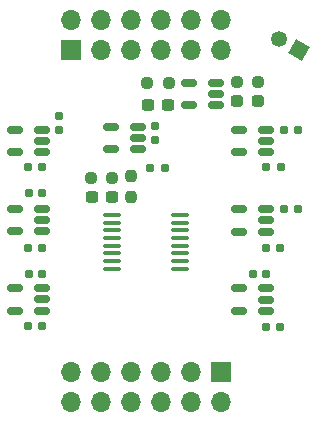
<source format=gbr>
%TF.GenerationSoftware,KiCad,Pcbnew,7.0.5*%
%TF.CreationDate,2024-01-24T02:04:37-05:00*%
%TF.ProjectId,CAMERA_ADAPTER,43414d45-5241-45f4-9144-41505445522e,rev?*%
%TF.SameCoordinates,Original*%
%TF.FileFunction,Soldermask,Bot*%
%TF.FilePolarity,Negative*%
%FSLAX46Y46*%
G04 Gerber Fmt 4.6, Leading zero omitted, Abs format (unit mm)*
G04 Created by KiCad (PCBNEW 7.0.5) date 2024-01-24 02:04:37*
%MOMM*%
%LPD*%
G01*
G04 APERTURE LIST*
G04 Aperture macros list*
%AMRoundRect*
0 Rectangle with rounded corners*
0 $1 Rounding radius*
0 $2 $3 $4 $5 $6 $7 $8 $9 X,Y pos of 4 corners*
0 Add a 4 corners polygon primitive as box body*
4,1,4,$2,$3,$4,$5,$6,$7,$8,$9,$2,$3,0*
0 Add four circle primitives for the rounded corners*
1,1,$1+$1,$2,$3*
1,1,$1+$1,$4,$5*
1,1,$1+$1,$6,$7*
1,1,$1+$1,$8,$9*
0 Add four rect primitives between the rounded corners*
20,1,$1+$1,$2,$3,$4,$5,0*
20,1,$1+$1,$4,$5,$6,$7,0*
20,1,$1+$1,$6,$7,$8,$9,0*
20,1,$1+$1,$8,$9,$2,$3,0*%
%AMHorizOval*
0 Thick line with rounded ends*
0 $1 width*
0 $2 $3 position (X,Y) of the first rounded end (center of the circle)*
0 $4 $5 position (X,Y) of the second rounded end (center of the circle)*
0 Add line between two ends*
20,1,$1,$2,$3,$4,$5,0*
0 Add two circle primitives to create the rounded ends*
1,1,$1,$2,$3*
1,1,$1,$4,$5*%
%AMRotRect*
0 Rectangle, with rotation*
0 The origin of the aperture is its center*
0 $1 length*
0 $2 width*
0 $3 Rotation angle, in degrees counterclockwise*
0 Add horizontal line*
21,1,$1,$2,0,0,$3*%
G04 Aperture macros list end*
%ADD10R,1.700000X1.700000*%
%ADD11O,1.700000X1.700000*%
%ADD12RotRect,1.350000X1.350000X240.000000*%
%ADD13HorizOval,1.350000X0.000000X0.000000X0.000000X0.000000X0*%
%ADD14RoundRect,0.160000X-0.197500X-0.160000X0.197500X-0.160000X0.197500X0.160000X-0.197500X0.160000X0*%
%ADD15RoundRect,0.237500X0.287500X0.237500X-0.287500X0.237500X-0.287500X-0.237500X0.287500X-0.237500X0*%
%ADD16RoundRect,0.150000X0.512500X0.150000X-0.512500X0.150000X-0.512500X-0.150000X0.512500X-0.150000X0*%
%ADD17RoundRect,0.160000X0.197500X0.160000X-0.197500X0.160000X-0.197500X-0.160000X0.197500X-0.160000X0*%
%ADD18RoundRect,0.155000X-0.155000X0.212500X-0.155000X-0.212500X0.155000X-0.212500X0.155000X0.212500X0*%
%ADD19RoundRect,0.155000X-0.212500X-0.155000X0.212500X-0.155000X0.212500X0.155000X-0.212500X0.155000X0*%
%ADD20RoundRect,0.237500X-0.250000X-0.237500X0.250000X-0.237500X0.250000X0.237500X-0.250000X0.237500X0*%
%ADD21RoundRect,0.100000X0.637500X0.100000X-0.637500X0.100000X-0.637500X-0.100000X0.637500X-0.100000X0*%
%ADD22RoundRect,0.237500X-0.237500X0.250000X-0.237500X-0.250000X0.237500X-0.250000X0.237500X0.250000X0*%
%ADD23RoundRect,0.237500X0.300000X0.237500X-0.300000X0.237500X-0.300000X-0.237500X0.300000X-0.237500X0*%
%ADD24RoundRect,0.155000X0.155000X-0.212500X0.155000X0.212500X-0.155000X0.212500X-0.155000X-0.212500X0*%
%ADD25RoundRect,0.155000X0.212500X0.155000X-0.212500X0.155000X-0.212500X-0.155000X0.212500X-0.155000X0*%
%ADD26RoundRect,0.237500X0.250000X0.237500X-0.250000X0.237500X-0.250000X-0.237500X0.250000X-0.237500X0*%
G04 APERTURE END LIST*
D10*
%TO.C,J1*%
X143810000Y-86465599D03*
D11*
X143810000Y-83925599D03*
X146350000Y-86465599D03*
X146350000Y-83925599D03*
X148890000Y-86465599D03*
X148890000Y-83925599D03*
X151430000Y-86465599D03*
X151430000Y-83925599D03*
X153970000Y-86465599D03*
X153970000Y-83925599D03*
X156510000Y-86465599D03*
X156510000Y-83925599D03*
%TD*%
D10*
%TO.C,J2*%
X156510000Y-113743621D03*
D11*
X156510000Y-116283621D03*
X153970000Y-113743621D03*
X153970000Y-116283621D03*
X151430000Y-113743621D03*
X151430000Y-116283621D03*
X148890000Y-113743621D03*
X148890000Y-116283621D03*
X146350000Y-113743621D03*
X146350000Y-116283621D03*
X143810000Y-113743621D03*
X143810000Y-116283621D03*
%TD*%
D12*
%TO.C,J9*%
X163130000Y-86528621D03*
D13*
X161397949Y-85528621D03*
%TD*%
D14*
%TO.C,R10*%
X160352500Y-96418621D03*
X161547500Y-96418621D03*
%TD*%
D15*
%TO.C,D1*%
X159645000Y-90808621D03*
X157895000Y-90808621D03*
%TD*%
D16*
%TO.C,U4*%
X141375000Y-99943621D03*
X141375000Y-100893621D03*
X141375000Y-101843621D03*
X139100000Y-101843621D03*
X139100000Y-99943621D03*
%TD*%
D17*
%TO.C,R8*%
X141367500Y-109878621D03*
X140172500Y-109878621D03*
%TD*%
D16*
%TO.C,U7*%
X160327500Y-99963621D03*
X160327500Y-100913621D03*
X160327500Y-101863621D03*
X158052500Y-101863621D03*
X158052500Y-99963621D03*
%TD*%
D18*
%TO.C,C9*%
X150960000Y-92963621D03*
X150960000Y-94098621D03*
%TD*%
D16*
%TO.C,U1*%
X156087500Y-89258621D03*
X156087500Y-90208621D03*
X156087500Y-91158621D03*
X153812500Y-91158621D03*
X153812500Y-89258621D03*
%TD*%
D19*
%TO.C,C7*%
X161872500Y-99948621D03*
X163007500Y-99948621D03*
%TD*%
D17*
%TO.C,R9*%
X141367500Y-103228621D03*
X140172500Y-103228621D03*
%TD*%
D16*
%TO.C,U3*%
X141375000Y-93228621D03*
X141375000Y-94178621D03*
X141375000Y-95128621D03*
X139100000Y-95128621D03*
X139100000Y-93228621D03*
%TD*%
D20*
%TO.C,R1*%
X150267500Y-89258621D03*
X152092500Y-89258621D03*
%TD*%
D17*
%TO.C,R5*%
X141367500Y-96418621D03*
X140172500Y-96418621D03*
%TD*%
D21*
%TO.C,U2*%
X153022500Y-100463621D03*
X153022500Y-101113621D03*
X153022500Y-101763621D03*
X153022500Y-102413621D03*
X153022500Y-103063621D03*
X153022500Y-103713621D03*
X153022500Y-104363621D03*
X153022500Y-105013621D03*
X147297500Y-105013621D03*
X147297500Y-104363621D03*
X147297500Y-103713621D03*
X147297500Y-103063621D03*
X147297500Y-102413621D03*
X147297500Y-101763621D03*
X147297500Y-101113621D03*
X147297500Y-100463621D03*
%TD*%
D14*
%TO.C,R6*%
X160322500Y-103218621D03*
X161517500Y-103218621D03*
%TD*%
D22*
%TO.C,R4*%
X148920000Y-97146121D03*
X148920000Y-98971121D03*
%TD*%
D20*
%TO.C,R2*%
X157837500Y-89238621D03*
X159662500Y-89238621D03*
%TD*%
D16*
%TO.C,U8*%
X160327500Y-93258621D03*
X160327500Y-94208621D03*
X160327500Y-95158621D03*
X158052500Y-95158621D03*
X158052500Y-93258621D03*
%TD*%
D23*
%TO.C,C1*%
X152032500Y-91168621D03*
X150307500Y-91168621D03*
%TD*%
D19*
%TO.C,C8*%
X161872500Y-93258621D03*
X163007500Y-93258621D03*
%TD*%
D24*
%TO.C,C3*%
X142830000Y-93233621D03*
X142830000Y-92098621D03*
%TD*%
D23*
%TO.C,C2*%
X147292500Y-98898621D03*
X145567500Y-98898621D03*
%TD*%
D14*
%TO.C,R7*%
X160322500Y-109908621D03*
X161517500Y-109908621D03*
%TD*%
D25*
%TO.C,C5*%
X160325000Y-105428621D03*
X159190000Y-105428621D03*
%TD*%
D16*
%TO.C,U9*%
X149467500Y-92978621D03*
X149467500Y-93928621D03*
X149467500Y-94878621D03*
X147192500Y-94878621D03*
X147192500Y-92978621D03*
%TD*%
D14*
%TO.C,R11*%
X150532500Y-96498621D03*
X151727500Y-96498621D03*
%TD*%
D26*
%TO.C,R3*%
X147312500Y-97348621D03*
X145487500Y-97348621D03*
%TD*%
D25*
%TO.C,C4*%
X141377500Y-98628621D03*
X140242500Y-98628621D03*
%TD*%
D16*
%TO.C,U6*%
X160327500Y-106668621D03*
X160327500Y-107618621D03*
X160327500Y-108568621D03*
X158052500Y-108568621D03*
X158052500Y-106668621D03*
%TD*%
D25*
%TO.C,C6*%
X141385000Y-105428621D03*
X140250000Y-105428621D03*
%TD*%
D16*
%TO.C,U5*%
X141375000Y-106648621D03*
X141375000Y-107598621D03*
X141375000Y-108548621D03*
X139100000Y-108548621D03*
X139100000Y-106648621D03*
%TD*%
M02*

</source>
